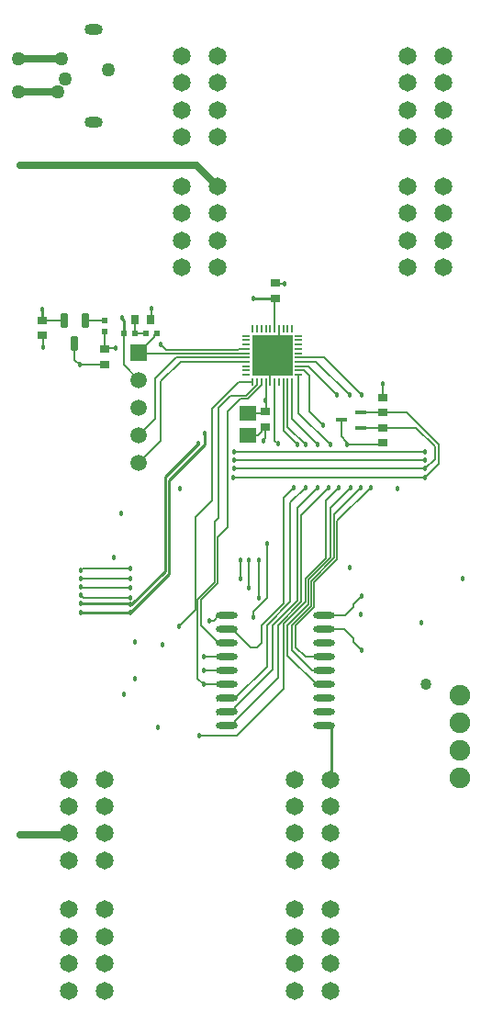
<source format=gbl>
G04*
G04 #@! TF.GenerationSoftware,Altium Limited,Altium Designer,21.5.1 (32)*
G04*
G04 Layer_Physical_Order=4*
G04 Layer_Color=16711680*
%FSLAX25Y25*%
%MOIN*%
G70*
G04*
G04 #@! TF.SameCoordinates,9AD95912-260A-4B2D-9037-AC9445484B82*
G04*
G04*
G04 #@! TF.FilePolarity,Positive*
G04*
G01*
G75*
%ADD14C,0.01000*%
%ADD34R,0.03543X0.03150*%
%ADD35R,0.01968X0.02362*%
%ADD36R,0.03150X0.03543*%
%ADD37R,0.02362X0.01968*%
%ADD42C,0.00500*%
%ADD44C,0.02500*%
%ADD46C,0.04047*%
%ADD47C,0.07500*%
%ADD48R,0.05906X0.05906*%
%ADD49C,0.05906*%
%ADD50C,0.06500*%
%ADD51O,0.06693X0.03937*%
%ADD52C,0.01800*%
%ADD53C,0.05000*%
%ADD54C,0.01772*%
%ADD55C,0.01968*%
%ADD70O,0.07874X0.02362*%
G04:AMPARAMS|DCode=71|XSize=51.18mil|YSize=23.62mil|CornerRadius=2.01mil|HoleSize=0mil|Usage=FLASHONLY|Rotation=270.000|XOffset=0mil|YOffset=0mil|HoleType=Round|Shape=RoundedRectangle|*
%AMROUNDEDRECTD71*
21,1,0.05118,0.01961,0,0,270.0*
21,1,0.04717,0.02362,0,0,270.0*
1,1,0.00402,-0.00980,-0.02358*
1,1,0.00402,-0.00980,0.02358*
1,1,0.00402,0.00980,0.02358*
1,1,0.00402,0.00980,-0.02358*
%
%ADD71ROUNDEDRECTD71*%
%ADD72R,0.05906X0.05512*%
%ADD73O,0.00787X0.03150*%
%ADD74O,0.03150X0.00787*%
%ADD75R,0.14567X0.14567*%
%ADD76R,0.04375X0.01775*%
D14*
X60500Y260500D02*
X73500Y273500D01*
X60500Y226500D02*
Y260500D01*
X73500Y273500D02*
Y277500D01*
X46500Y212500D02*
X60500Y226500D01*
X58927Y261927D02*
X71000Y274000D01*
X58927Y227740D02*
Y261927D01*
X46687Y215500D02*
X58927Y227740D01*
X46500Y215500D02*
X46687D01*
X28500Y212500D02*
X46500D01*
X46284Y215500D02*
X46500D01*
X28350Y215850D02*
X45933D01*
X46284Y215500D01*
X14500Y318756D02*
X14500Y318756D01*
Y322500D01*
X119050Y152100D02*
X119347Y152397D01*
X44032Y314000D02*
Y318752D01*
X43500Y319284D02*
X44032Y318752D01*
X43500Y319284D02*
Y319500D01*
X98756Y326500D02*
X98787Y326532D01*
X91000Y326500D02*
X98756D01*
X14244Y318500D02*
X14500Y318756D01*
X116717Y171500D02*
X118718D01*
X119347Y170871D01*
Y152397D02*
Y170871D01*
D34*
X37000Y308256D02*
D03*
Y302744D02*
D03*
X14500Y318756D02*
D03*
Y313244D02*
D03*
X95500Y279988D02*
D03*
Y285500D02*
D03*
X138000Y274244D02*
D03*
Y279756D02*
D03*
X138000Y290756D02*
D03*
Y285244D02*
D03*
X99000Y326744D02*
D03*
Y332256D02*
D03*
D35*
X37000Y314531D02*
D03*
Y318468D02*
D03*
D36*
X53756Y319000D02*
D03*
X48244D02*
D03*
D37*
X44032Y314000D02*
D03*
X47969D02*
D03*
X52031D02*
D03*
X55968D02*
D03*
D42*
X75122Y209622D02*
X76650D01*
X75000Y209500D02*
X75122Y209622D01*
X78527Y211500D02*
X81283D01*
X76650Y209622D02*
X78527Y211500D01*
X69996Y247215D02*
X76000Y253219D01*
Y286586D01*
X64000Y207500D02*
X69996Y213496D01*
Y247215D01*
X127551Y215701D02*
X130350Y218500D01*
X116717Y211500D02*
X124500D01*
X127551Y214551D01*
Y215701D01*
X127301Y202049D02*
X130350Y199000D01*
X116717Y206500D02*
X124000D01*
X127301Y203199D01*
Y202049D02*
Y203199D01*
X72000Y217169D02*
X78000Y223169D01*
X78500Y247000D02*
Y287000D01*
X82834Y291334D01*
X77000Y245500D02*
X78500Y247000D01*
X81650Y243650D02*
Y285650D01*
X78000Y240000D02*
X81650Y243650D01*
X77000Y223584D02*
Y245500D01*
X78000Y223169D02*
Y240000D01*
X70850Y217434D02*
X77000Y223584D01*
X121500Y245800D02*
X133700Y258000D01*
X120414Y248314D02*
X130100Y258000D01*
X153500Y261500D02*
X158500Y266500D01*
X83850Y261500D02*
X153500D01*
X84000Y265000D02*
X153500D01*
X153541D01*
X84000Y268000D02*
X153500D01*
X153541Y265000D02*
X157000Y268460D01*
Y273000D01*
X158500Y266500D02*
Y273500D01*
X84000Y271000D02*
X153500D01*
X150244Y279756D02*
X157000Y273000D01*
X138000Y290756D02*
Y295500D01*
X83980Y267980D02*
X84000Y268000D01*
X138000Y290756D02*
X138000Y290756D01*
X120414Y232500D02*
Y248314D01*
X138000Y279756D02*
X150244D01*
X146756Y285244D02*
X158500Y273500D01*
X83980Y264980D02*
X84000Y265000D01*
X28500Y228000D02*
X29000Y228500D01*
X46500D01*
X95638Y285638D02*
Y296453D01*
X14500Y313244D02*
X14650Y313094D01*
Y309000D02*
Y313094D01*
X54000Y319244D02*
Y323000D01*
X53756Y319000D02*
X54000Y319244D01*
X107547Y305213D02*
X116787D01*
X130500Y291500D01*
X107547Y303638D02*
X113862D01*
X126000Y291500D01*
X107547Y302063D02*
X110937D01*
X121500Y291500D01*
X102000Y208500D02*
X110000Y216500D01*
Y225000D02*
X117426Y232426D01*
X110000Y216500D02*
Y225000D01*
X110000Y196500D02*
X116717D01*
X106500Y200000D02*
Y208000D01*
Y200000D02*
X110000Y196500D01*
X114000Y186500D02*
X116717D01*
X103500Y197000D02*
Y208000D01*
Y197000D02*
X114000Y186500D01*
X106500Y208000D02*
X113000Y214500D01*
X105000Y199000D02*
X112365Y191635D01*
X105000Y208000D02*
X112000Y215000D01*
X105000Y199000D02*
Y208000D01*
X116581Y191635D02*
X116717Y191500D01*
X112365Y191635D02*
X116581D01*
X103500Y208000D02*
X111000Y215500D01*
X121500Y232000D02*
Y245800D01*
X113000Y214500D02*
Y223500D01*
X121500Y232000D01*
X78171Y180640D02*
X79031Y181500D01*
X102000Y185000D02*
Y208500D01*
X112000Y215000D02*
Y224086D01*
X98000Y208000D02*
X107000Y217000D01*
X78171Y175640D02*
X79031Y176500D01*
X100000Y208000D02*
X108500Y216500D01*
X104500D02*
Y252500D01*
X107000Y217000D02*
Y250500D01*
X79031Y176500D02*
X81283D01*
X108500Y216500D02*
Y248000D01*
X96000Y208000D02*
X104500Y216500D01*
X111000Y215500D02*
Y224500D01*
X98000Y192023D02*
Y208000D01*
X96000Y193000D02*
Y208000D01*
X100000Y189023D02*
Y208000D01*
X124833Y273667D02*
X125000Y273500D01*
X137256D02*
X138000Y274244D01*
X125000Y273500D02*
X137256D01*
X119000Y250500D02*
X126500Y258000D01*
X119000Y232500D02*
Y250500D01*
X112000Y224086D02*
X120414Y232500D01*
X111000Y224500D02*
X119000Y232500D01*
X117426Y253326D02*
X122100Y258000D01*
X117426Y232426D02*
Y253326D01*
X122957Y276543D02*
Y282500D01*
X124833Y273667D02*
Y274667D01*
X122957Y276543D02*
X124833Y274667D01*
X107000Y250500D02*
X114500Y258000D01*
X104500Y252500D02*
X110000Y258000D01*
X94000Y201500D02*
Y208000D01*
X102000Y254200D02*
X105800Y258000D01*
X94000Y208000D02*
X102000Y216000D01*
Y254200D01*
X91000Y211000D02*
Y212960D01*
X85000Y168000D02*
X102000Y185000D01*
X71500Y168000D02*
X85000D01*
X108500Y248000D02*
X118500Y258000D01*
X59500Y308000D02*
X85276D01*
X85638Y308362D01*
X88453D01*
X57500Y310000D02*
X59500Y308000D01*
X37000Y308256D02*
X37244Y308500D01*
X41000D01*
X49713Y306787D02*
X88453D01*
X29980Y318500D02*
X30000Y318520D01*
X107547Y300488D02*
X109501D01*
X111500Y298489D01*
Y285500D02*
X116500Y280500D01*
X111500Y285500D02*
Y298489D01*
X84396Y173418D02*
X100000Y189023D01*
X84396Y172360D02*
Y173418D01*
X84500Y181500D02*
X96000Y193000D01*
X79031Y181500D02*
X84500D01*
X81283Y171500D02*
X83535D01*
X84396Y172360D01*
X70850Y188650D02*
X73000Y186500D01*
X92500Y200000D02*
X94000Y201500D01*
X90000Y200000D02*
X92500D01*
X84635Y205365D02*
X90000Y200000D01*
X81283Y206500D02*
X83535D01*
X84635Y205400D01*
Y205365D02*
Y205400D01*
X107547Y284953D02*
Y298913D01*
Y284953D02*
X119000Y273500D01*
X105087Y282913D02*
Y296453D01*
Y282913D02*
X114500Y273500D01*
X103512Y280029D02*
Y296453D01*
Y280029D02*
X110000Y273540D01*
Y273500D02*
Y273540D01*
X101937Y278563D02*
Y296453D01*
Y278563D02*
X107000Y273500D01*
X84396Y178418D02*
X98000Y192023D01*
X72000Y208028D02*
X78527Y201500D01*
X72000Y208028D02*
Y217169D01*
X81283Y176500D02*
X83535D01*
X84396Y177360D01*
Y178418D01*
X91000Y212960D02*
X96000Y217959D01*
X98787Y275016D02*
X100000Y273804D01*
X96000Y217959D02*
Y237500D01*
X93000Y218000D02*
Y231500D01*
X89500Y221500D02*
Y231500D01*
X86500Y225000D02*
Y231500D01*
X94850Y275000D02*
Y275352D01*
X95500Y276002D01*
Y279988D01*
X98787Y275016D02*
Y296453D01*
X57500Y275000D02*
Y296500D01*
X64638Y303638D02*
X88453D01*
X55500Y283000D02*
Y297500D01*
X63213Y305213D02*
X88453D01*
X55500Y297500D02*
X63213Y305213D01*
X57500Y296500D02*
X64638Y303638D01*
X85867Y296453D02*
X90913D01*
X76000Y286586D02*
X85867Y296453D01*
X82834Y291334D02*
X88550D01*
X81650Y285650D02*
X86334Y290334D01*
X78527Y201500D02*
X81283D01*
X70850Y188650D02*
Y217434D01*
X98787Y326532D02*
X99000Y326744D01*
X29500Y218000D02*
X46500D01*
X28500Y219000D02*
X29500Y218000D01*
X29000Y221500D02*
X46500D01*
X28500Y222000D02*
X29000Y221500D01*
X28500Y225000D02*
X46500D01*
X138000Y285244D02*
X146756D01*
X130055Y279756D02*
X138000D01*
X130055Y285244D02*
X138000D01*
X130043Y285256D02*
X130055Y285244D01*
X130043Y279744D02*
X130055Y279756D01*
X92488Y295272D02*
Y296453D01*
X88550Y291334D02*
X92488Y295272D01*
X86334Y290334D02*
X89125D01*
X49500Y267000D02*
X57500Y275000D01*
X49500Y277000D02*
X55500Y283000D01*
X90505Y291714D02*
X90505D01*
X89125Y290334D02*
X90505Y291714D01*
X90505D02*
X94063Y295272D01*
Y296453D01*
X73000Y186500D02*
X81283D01*
X73000Y191500D02*
X81283D01*
X73000Y196500D02*
X81283D01*
X49500Y307000D02*
X49713Y306787D01*
X99000Y332256D02*
X99256Y332000D01*
X98787Y315547D02*
Y326532D01*
X99000Y326744D02*
X99287Y326457D01*
X97213Y300882D02*
X98000Y301669D01*
X95500Y285500D02*
X95638Y285638D01*
X94937Y284937D02*
X95500Y285500D01*
X95303Y279988D02*
X95500D01*
X93978Y278339D02*
Y278663D01*
X95303Y279988D01*
X89000Y277063D02*
X92703D01*
X100362Y312299D02*
Y315547D01*
X97213Y296453D02*
Y300882D01*
X99256Y332000D02*
X102500D01*
X100362Y312299D02*
X102331Y310331D01*
X89000Y284937D02*
X94937D01*
X92703Y277063D02*
X93978Y278339D01*
X55856Y314000D02*
X55968D01*
X55121Y312621D02*
Y313266D01*
X47969Y314000D02*
X48244Y314276D01*
X47969Y314000D02*
X52031D01*
X49500Y307000D02*
X55121Y312621D01*
X48244Y314276D02*
Y319000D01*
X44032Y302468D02*
Y314000D01*
X55121Y313266D02*
X55856Y314000D01*
X44032Y302468D02*
X49500Y297000D01*
X14500Y318756D02*
X14756Y318500D01*
X36968D02*
X37000Y318468D01*
X36756Y302500D02*
X37000Y302744D01*
X29980Y318500D02*
X36968D01*
X26240Y304260D02*
X28000Y302500D01*
X36756D01*
X14756Y318500D02*
X22500D01*
X37000Y308256D02*
Y314531D01*
X26240Y304260D02*
Y310232D01*
D44*
X5750Y401500D02*
X20000D01*
X5750Y413500D02*
X21500D01*
X6500Y375000D02*
X70350D01*
X78050Y367300D01*
X6500Y132000D02*
X23450D01*
X23950Y132500D01*
D46*
X153598Y186701D02*
D03*
D47*
X166000Y182500D02*
D03*
Y172500D02*
D03*
Y162500D02*
D03*
Y152500D02*
D03*
D48*
X49500Y307000D02*
D03*
D49*
Y297000D02*
D03*
Y287000D02*
D03*
Y277000D02*
D03*
Y267000D02*
D03*
D50*
X37050Y75400D02*
D03*
Y85200D02*
D03*
Y95000D02*
D03*
Y104800D02*
D03*
X23950Y75400D02*
D03*
Y85200D02*
D03*
Y95000D02*
D03*
Y104800D02*
D03*
X37050Y122700D02*
D03*
Y132500D02*
D03*
Y142300D02*
D03*
Y152100D02*
D03*
X23950Y122700D02*
D03*
Y132500D02*
D03*
Y142300D02*
D03*
Y152100D02*
D03*
X160050Y337900D02*
D03*
Y347700D02*
D03*
Y357500D02*
D03*
Y367300D02*
D03*
X146950Y337900D02*
D03*
Y347700D02*
D03*
Y357500D02*
D03*
Y367300D02*
D03*
X160050Y385200D02*
D03*
Y395000D02*
D03*
Y404800D02*
D03*
Y414600D02*
D03*
X146950Y385200D02*
D03*
Y395000D02*
D03*
Y404800D02*
D03*
Y414600D02*
D03*
X64950D02*
D03*
Y404800D02*
D03*
Y395000D02*
D03*
Y385200D02*
D03*
X78050Y414600D02*
D03*
Y404800D02*
D03*
Y395000D02*
D03*
Y385200D02*
D03*
X64950Y367300D02*
D03*
Y357500D02*
D03*
Y347700D02*
D03*
Y337900D02*
D03*
X78050Y367300D02*
D03*
Y357500D02*
D03*
Y347700D02*
D03*
Y337900D02*
D03*
X119050Y75400D02*
D03*
Y85200D02*
D03*
Y95000D02*
D03*
Y104800D02*
D03*
X105950Y75400D02*
D03*
Y85200D02*
D03*
Y95000D02*
D03*
Y104800D02*
D03*
X119050Y122700D02*
D03*
Y132500D02*
D03*
Y142300D02*
D03*
Y152100D02*
D03*
X105950Y122700D02*
D03*
Y132500D02*
D03*
Y142300D02*
D03*
Y152100D02*
D03*
D51*
X33150Y424279D02*
D03*
Y390657D02*
D03*
D52*
X64500Y257500D02*
D03*
X71000Y274000D02*
D03*
X73500Y277500D02*
D03*
X46500Y215500D02*
D03*
X75000Y209500D02*
D03*
X28350Y215850D02*
D03*
X28500Y212500D02*
D03*
X46500D02*
D03*
X64000Y207500D02*
D03*
X130350Y199000D02*
D03*
X167000Y225000D02*
D03*
X152000Y209000D02*
D03*
X130350Y218500D02*
D03*
X14500Y322500D02*
D03*
X56500Y171000D02*
D03*
X43500Y319500D02*
D03*
X133700Y258000D02*
D03*
X130100D02*
D03*
X153500Y261500D02*
D03*
Y265000D02*
D03*
Y268000D02*
D03*
Y271000D02*
D03*
X138000Y295500D02*
D03*
X143500Y257500D02*
D03*
X28500Y228000D02*
D03*
X95500Y289500D02*
D03*
X91000Y326500D02*
D03*
X44000Y183000D02*
D03*
X14650Y309000D02*
D03*
X54000Y323000D02*
D03*
X130500Y291500D02*
D03*
X125000Y273500D02*
D03*
X126000Y291500D02*
D03*
X126500Y258000D02*
D03*
X121500Y291500D02*
D03*
X126000Y229000D02*
D03*
X91000Y211000D02*
D03*
X57500Y310000D02*
D03*
X41000Y308500D02*
D03*
X116500Y280500D02*
D03*
X122100Y258000D02*
D03*
X118500D02*
D03*
X71500Y168000D02*
D03*
X73000Y186500D02*
D03*
X46500Y221500D02*
D03*
Y218000D02*
D03*
X86500Y225000D02*
D03*
X89500Y221500D02*
D03*
X93000Y218000D02*
D03*
X107000Y273500D02*
D03*
X110000D02*
D03*
X105800Y258000D02*
D03*
X110000D02*
D03*
X114500Y273500D02*
D03*
Y258000D02*
D03*
X119000Y273500D02*
D03*
X100000Y273804D02*
D03*
X96000Y237500D02*
D03*
X86500Y231500D02*
D03*
X94850Y275000D02*
D03*
X58000Y201000D02*
D03*
X43000Y248500D02*
D03*
X28500Y222000D02*
D03*
Y225000D02*
D03*
Y219000D02*
D03*
X40500Y232500D02*
D03*
X83850Y261500D02*
D03*
X93000Y231500D02*
D03*
X89500D02*
D03*
X46500Y225000D02*
D03*
Y228500D02*
D03*
X83980Y264980D02*
D03*
Y267980D02*
D03*
X84000Y271000D02*
D03*
X73000Y191500D02*
D03*
Y196500D02*
D03*
X102500Y332000D02*
D03*
X48000Y188500D02*
D03*
Y202000D02*
D03*
X130000Y212000D02*
D03*
X28000Y302500D02*
D03*
D53*
X22671Y406308D02*
D03*
X38500Y409500D02*
D03*
X5750Y401500D02*
D03*
X20000D02*
D03*
X5750Y413500D02*
D03*
X21500D02*
D03*
D54*
X6500Y375000D02*
D03*
Y132000D02*
D03*
D55*
X102331Y301669D02*
D03*
Y306000D02*
D03*
Y310331D02*
D03*
X98000Y301669D02*
D03*
Y306000D02*
D03*
Y310331D02*
D03*
X93669Y301669D02*
D03*
Y306000D02*
D03*
Y310331D02*
D03*
D70*
X116717Y211500D02*
D03*
Y206500D02*
D03*
Y201500D02*
D03*
Y196500D02*
D03*
Y191500D02*
D03*
Y186500D02*
D03*
Y181500D02*
D03*
Y176500D02*
D03*
Y171500D02*
D03*
X81283Y211500D02*
D03*
Y206500D02*
D03*
Y201500D02*
D03*
Y196500D02*
D03*
Y191500D02*
D03*
Y186500D02*
D03*
Y181500D02*
D03*
Y176500D02*
D03*
Y171500D02*
D03*
D71*
X22500Y318500D02*
D03*
X29980D02*
D03*
X26240Y310232D02*
D03*
D72*
X89000Y277063D02*
D03*
Y284937D02*
D03*
D73*
X105087Y296453D02*
D03*
X103512D02*
D03*
X101937D02*
D03*
X100362D02*
D03*
X98787D02*
D03*
X97213D02*
D03*
X95638D02*
D03*
X94063D02*
D03*
X92488D02*
D03*
X90913D02*
D03*
Y315547D02*
D03*
X92488D02*
D03*
X94063D02*
D03*
X95638D02*
D03*
X97213D02*
D03*
X98787D02*
D03*
X100362D02*
D03*
X101937D02*
D03*
X103512D02*
D03*
X105087D02*
D03*
D74*
X88453Y298913D02*
D03*
Y300488D02*
D03*
Y302063D02*
D03*
Y303638D02*
D03*
Y305213D02*
D03*
Y306787D02*
D03*
Y308362D02*
D03*
Y309937D02*
D03*
Y311512D02*
D03*
Y313087D02*
D03*
X107547D02*
D03*
Y311512D02*
D03*
Y309937D02*
D03*
Y308362D02*
D03*
Y306787D02*
D03*
Y305213D02*
D03*
Y303638D02*
D03*
Y302063D02*
D03*
Y300488D02*
D03*
Y298913D02*
D03*
D75*
X98000Y306000D02*
D03*
D76*
X122957Y282500D02*
D03*
X130043Y279744D02*
D03*
Y285256D02*
D03*
M02*

</source>
